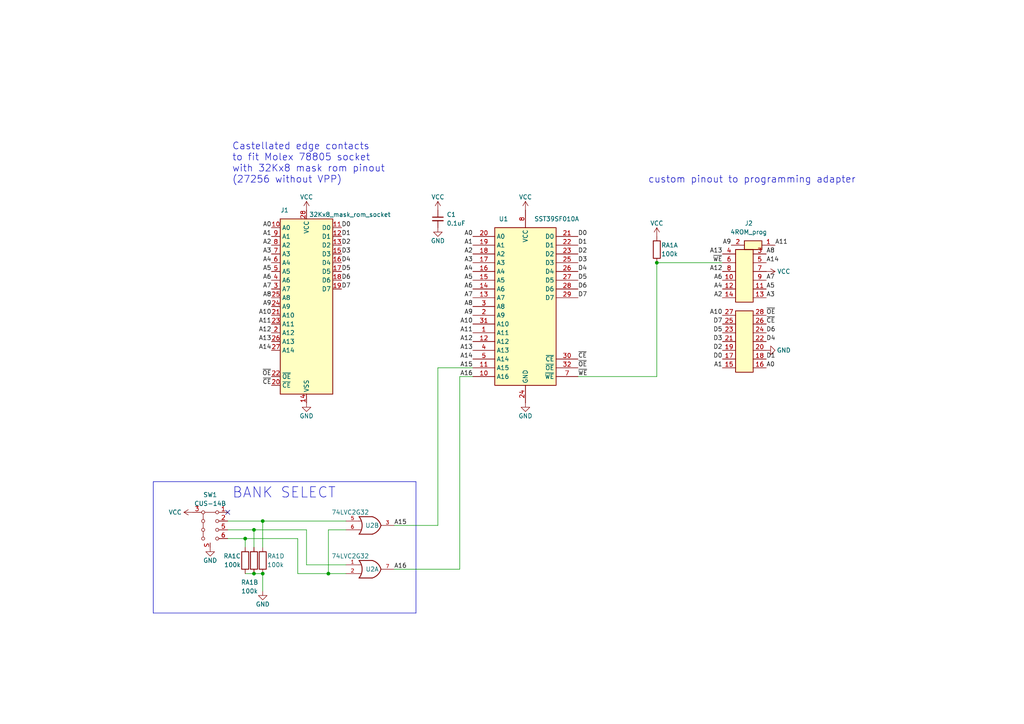
<source format=kicad_sch>
(kicad_sch (version 20230121) (generator eeschema)
  (paper "A4")
  (title_block (title "4ROM_78802") (date "2023-01-20") (rev "002") (company "Brian K. White b.kenyon.w@gmail.com") (comment 1 "CC-BY-SA") (comment 2 "4-bank ROM for 78805 socket with standard mask rom JEDEC pinout"))
  (lib_symbols
    (symbol "000_LOCAL:29F010"
      (property "Reference" "U" (at -8.128 24.384 0))
      (property "Value" "29F010" (at 1.016 24.384 0))
      (symbol "29F010_0_1"
        (rectangle (start -8.89 -22.86) (end 8.89 22.86) (stroke (width 0.254)) (fill (type background)))
      )
      (symbol "29F010_1_1"
        (pin input line (at -15.24 -7.62 0) (length 6.35) (name "A11") (number "1"))
        (pin input line (at -15.24 -20.32 0) (length 6.35) (name "A16") (number "10"))
        (pin input line (at -15.24 -17.78 0) (length 6.35) (name "A15") (number "11"))
        (pin input line (at -15.24 -10.16 0) (length 6.35) (name "A12") (number "12"))
        (pin input line (at -15.24 2.54 0) (length 6.35) (name "A7") (number "13"))
        (pin input line (at -15.24 5.08 0) (length 6.35) (name "A6") (number "14"))
        (pin input line (at -15.24 7.62 0) (length 6.35) (name "A5") (number "15"))
        (pin input line (at -15.24 10.16 0) (length 6.35) (name "A4") (number "16"))
        (pin input line (at -15.24 12.7 0) (length 6.35) (name "A3") (number "17"))
        (pin input line (at -15.24 15.24 0) (length 6.35) (name "A2") (number "18"))
        (pin input line (at -15.24 17.78 0) (length 6.35) (name "A1") (number "19"))
        (pin input line (at -15.24 -2.54 0) (length 6.35) (name "A9") (number "2"))
        (pin input line (at -15.24 20.32 0) (length 6.35) (name "A0") (number "20"))
        (pin tri_state line (at 15.24 20.32 180) (length 6.35) (name "D0") (number "21"))
        (pin tri_state line (at 15.24 17.78 180) (length 6.35) (name "D1") (number "22"))
        (pin tri_state line (at 15.24 15.24 180) (length 6.35) (name "D2") (number "23"))
        (pin input line (at 0 -27.94 90) (length 5.08) (name "GND") (number "24"))
        (pin tri_state line (at 15.24 12.7 180) (length 6.35) (name "D3") (number "25"))
        (pin tri_state line (at 15.24 10.16 180) (length 6.35) (name "D4") (number "26"))
        (pin tri_state line (at 15.24 7.62 180) (length 6.35) (name "D5") (number "27"))
        (pin tri_state line (at 15.24 5.08 180) (length 6.35) (name "D6") (number "28"))
        (pin tri_state line (at 15.24 2.54 180) (length 6.35) (name "D7") (number "29"))
        (pin input line (at -15.24 0 0) (length 6.35) (name "A8") (number "3"))
        (pin input line (at 15.24 -15.24 180) (length 6.35) (name "~{CE}") (number "30"))
        (pin input line (at -15.24 -5.08 0) (length 6.35) (name "A10") (number "31"))
        (pin input line (at 15.24 -17.78 180) (length 6.35) (name "~{OE}") (number "32"))
        (pin input line (at -15.24 -12.7 0) (length 6.35) (name "A13") (number "4"))
        (pin input line (at -15.24 -15.24 0) (length 6.35) (name "A14") (number "5"))
        (pin input line (at 15.24 -20.32 180) (length 6.35) (name "~{WE}") (number "7"))
        (pin input line (at 0 27.94 270) (length 5.08) (name "VCC") (number "8"))
      )
    )
    (symbol "000_LOCAL:32Kx8_mask_rom_socket"
      (property "Reference" "U" (at -7.62 26.67 0))
      (property "Value" "32Kx8_mask_rom_socket" (at 0.762 26.67 0))
      (symbol "32Kx8_mask_rom_socket_1_1"
        (rectangle (start -7.62 25.4) (end 7.62 -25.4) (stroke (width 0.254)) (fill (type background)))
        (pin no_connect line (at -7.62 -17.78 0) (length 2.54) hide (name "NC(VPP)") (number "1"))
        (pin output line (at -10.16 22.86 0) (length 2.54) (name "A0") (number "10"))
        (pin tri_state line (at 10.16 22.86 180) (length 2.54) (name "D0") (number "11"))
        (pin tri_state line (at 10.16 20.32 180) (length 2.54) (name "D1") (number "12"))
        (pin tri_state line (at 10.16 17.78 180) (length 2.54) (name "D2") (number "13"))
        (pin power_out line (at 0 -27.94 90) (length 2.54) (name "VSS") (number "14"))
        (pin tri_state line (at 10.16 15.24 180) (length 2.54) (name "D3") (number "15"))
        (pin tri_state line (at 10.16 12.7 180) (length 2.54) (name "D4") (number "16"))
        (pin tri_state line (at 10.16 10.16 180) (length 2.54) (name "D5") (number "17"))
        (pin tri_state line (at 10.16 7.62 180) (length 2.54) (name "D6") (number "18"))
        (pin tri_state line (at 10.16 5.08 180) (length 2.54) (name "D7") (number "19"))
        (pin output line (at -10.16 -7.62 0) (length 2.54) (name "A12") (number "2"))
        (pin output line (at -10.16 -22.86 0) (length 2.54) (name "~{CE}") (number "20"))
        (pin output line (at -10.16 -2.54 0) (length 2.54) (name "A10") (number "21"))
        (pin output line (at -10.16 -20.32 0) (length 2.54) (name "~{OE}") (number "22"))
        (pin output line (at -10.16 -5.08 0) (length 2.54) (name "A11") (number "23"))
        (pin output line (at -10.16 0 0) (length 2.54) (name "A9") (number "24"))
        (pin output line (at -10.16 2.54 0) (length 2.54) (name "A8") (number "25"))
        (pin output line (at -10.16 -10.16 0) (length 2.54) (name "A13") (number "26"))
        (pin output line (at -10.16 -12.7 0) (length 2.54) (name "A14") (number "27"))
        (pin power_out line (at 0 27.94 270) (length 2.54) (name "VCC") (number "28"))
        (pin output line (at -10.16 5.08 0) (length 2.54) (name "A7") (number "3"))
        (pin output line (at -10.16 7.62 0) (length 2.54) (name "A6") (number "4"))
        (pin output line (at -10.16 10.16 0) (length 2.54) (name "A5") (number "5"))
        (pin output line (at -10.16 12.7 0) (length 2.54) (name "A4") (number "6"))
        (pin output line (at -10.16 15.24 0) (length 2.54) (name "A3") (number "7"))
        (pin output line (at -10.16 17.78 0) (length 2.54) (name "A2") (number "8"))
        (pin output line (at -10.16 20.32 0) (length 2.54) (name "A1") (number "9"))
      )
    )
    (symbol "000_LOCAL:4ROM_prog" (pin_names (offset 1.016) hide)
      (property "Reference" "J" (at 0 20.32 0))
      (property "Value" "4ROM_prog" (at 0 -20.32 0))
      (symbol "4ROM_prog_1_1"
        (rectangle (start -2.54 -1.27) (end 2.54 -19.05) (stroke (width 0.254)) (fill (type background)))
        (rectangle (start -2.54 16.51) (end 2.54 1.27) (stroke (width 0.254)) (fill (type background)))
        (rectangle (start 0 19.05) (end 5.08 16.51) (stroke (width 0.254)) (fill (type background)))
        (pin passive line (at 8.89 17.78 180) (length 3.81) (name "A11") (number "1"))
        (pin passive line (at -6.35 7.62 0) (length 3.81) (name "A6") (number "10"))
        (pin passive line (at 6.35 5.08 180) (length 3.81) (name "A5") (number "11"))
        (pin passive line (at -6.35 5.08 0) (length 3.81) (name "A4") (number "12"))
        (pin passive line (at 6.35 2.54 180) (length 3.81) (name "A3") (number "13"))
        (pin passive line (at -6.35 2.54 0) (length 3.81) (name "A2") (number "14"))
        (pin passive line (at -6.35 -17.78 0) (length 3.81) (name "A1") (number "15"))
        (pin passive line (at 6.35 -17.78 180) (length 3.81) (name "A0") (number "16"))
        (pin passive line (at -6.35 -15.24 0) (length 3.81) (name "D0") (number "17"))
        (pin passive line (at 6.35 -15.24 180) (length 3.81) (name "D1") (number "18"))
        (pin passive line (at -6.35 -12.7 0) (length 3.81) (name "D2") (number "19"))
        (pin passive line (at -3.81 17.78 0) (length 3.81) (name "A9") (number "2"))
        (pin passive line (at 6.35 -12.7 180) (length 3.81) (name "GND") (number "20"))
        (pin passive line (at -6.35 -10.16 0) (length 3.81) (name "D3") (number "21"))
        (pin passive line (at 6.35 -10.16 180) (length 3.81) (name "D4") (number "22"))
        (pin passive line (at -6.35 -7.62 0) (length 3.81) (name "D5") (number "23"))
        (pin passive line (at 6.35 -7.62 180) (length 3.81) (name "D6") (number "24"))
        (pin passive line (at -6.35 -5.08 0) (length 3.81) (name "D7") (number "25"))
        (pin passive line (at 6.35 -5.08 180) (length 3.81) (name "~{CE}") (number "26"))
        (pin passive line (at -6.35 -2.54 0) (length 3.81) (name "A10") (number "27"))
        (pin passive line (at 6.35 -2.54 180) (length 3.81) (name "~{OE}") (number "28"))
        (pin passive line (at 6.35 15.24 180) (length 3.81) (name "A8") (number "3"))
        (pin passive line (at -6.35 15.24 0) (length 3.81) (name "A13") (number "4"))
        (pin passive line (at 6.35 12.7 180) (length 3.81) (name "A14") (number "5"))
        (pin passive line (at -6.35 12.7 0) (length 3.81) (name "~{WE}") (number "6"))
        (pin passive line (at 6.35 10.16 180) (length 3.81) (name "VCC") (number "7"))
        (pin passive line (at -6.35 10.16 0) (length 3.81) (name "A12") (number "8"))
        (pin passive line (at 6.35 7.62 180) (length 3.81) (name "A7") (number "9"))
      )
    )
    (symbol "000_LOCAL:74LVC2G32" (pin_names (offset 1.016))
      (property "Reference" "U" (at -2.54 3.81 0))
      (property "Value" "74LVC2G32" (at 0 -3.81 0))
      (symbol "74LVC2G32_0_1"
        (arc (start -3.81 -2.54) (mid -2.919 0) (end -3.81 2.54) (stroke (width 0.254)))
        (arc (start 0 -2.54) (mid 1.5993 -1.6027) (end 2.54 0) (stroke (width 0.254)))
        (polyline (pts (xy -3.81 -1.27) (xy -3.175 -1.27)))
        (polyline (pts (xy -3.81 1.27) (xy -3.175 1.27)))
        (polyline (pts (xy 0 -2.54) (xy -3.81 -2.54)) (stroke (width 0.254)) (fill (type background)))
        (polyline (pts (xy 0 2.54) (xy -3.81 2.54)) (stroke (width 0.254)) (fill (type background)))
        (arc (start 2.54 0) (mid 1.6119 1.6152) (end 0 2.54) (stroke (width 0.254)))
        (pin power_in line (at 0 -2.54 270) (length 0) hide (name "GND") (number "4"))
        (pin power_in line (at 0 2.54 90) (length 0) hide (name "VCC") (number "8"))
      )
      (symbol "74LVC2G32_1_1"
        (pin input line (at -7.62 1.27 0) (length 3.81) (name "~") (number "1"))
        (pin input line (at -7.62 -1.27 0) (length 3.81) (name "~") (number "2"))
        (pin output line (at 6.35 0 180) (length 3.81) (name "~") (number "7"))
      )
      (symbol "74LVC2G32_2_1"
        (pin output line (at 6.35 0 180) (length 3.81) (name "~") (number "3"))
        (pin input line (at -7.62 1.27 0) (length 3.81) (name "~") (number "5"))
        (pin input line (at -7.62 -1.27 0) (length 3.81) (name "~") (number "6"))
      )
    )
    (symbol "000_LOCAL:C" (pin_numbers hide) (pin_names (offset 0.254) hide)
      (property "Reference" "C" (at 0.254 1.778 0))
      (property "Value" "C" (at 0.254 -2.032 0))
      (symbol "C_0_1"
        (polyline (pts (xy -1.524 -0.508) (xy 1.524 -0.508)) (stroke (width 0.3302)))
        (polyline (pts (xy -1.524 0.508) (xy 1.524 0.508)) (stroke (width 0.3048)))
      )
      (symbol "C_1_1"
        (pin passive line (at 0 2.54 270) (length 2.032) (name "~") (number "1"))
        (pin passive line (at 0 -2.54 90) (length 2.032) (name "~") (number "2"))
      )
    )
    (symbol "000_LOCAL:GND" (power) (pin_names (offset 0))
      (property "Value" "GND" (at 0 -3.81 0))
      (symbol "GND_0_1"
        (polyline (pts (xy 0 0) (xy 0 -1.27) (xy 1.27 -1.27) (xy 0 -2.54) (xy -1.27 -1.27) (xy 0 -1.27)))
      )
      (symbol "GND_1_1"
        (pin power_in line (at 0 0 270) (length 0) hide (name "GND") (number "1"))
      )
    )
    (symbol "000_LOCAL:R_Array_04" (pin_numbers hide) (pin_names (offset 0) hide)
      (property "Reference" "RA" (at 2.032 0 90))
      (property "Value" "R_Array_04" (at -2.032 0 90))
      (symbol "R_Array_04_0_1"
        (rectangle (start 1.016 2.54) (end -1.016 -2.54) (stroke (width 0.254)))
      )
      (symbol "R_Array_04_1_1"
        (pin passive line (at 0 3.81 270) (length 1.27) (name "R1.1") (number "1"))
        (pin passive line (at 0 -3.81 90) (length 1.27) (name "R1.2") (number "8"))
      )
      (symbol "R_Array_04_2_1"
        (pin passive line (at 0 3.81 270) (length 1.27) (name "R2.1") (number "2"))
        (pin passive line (at 0 -3.81 90) (length 1.27) (name "R2.2") (number "7"))
      )
      (symbol "R_Array_04_3_1"
        (pin passive line (at 0 3.81 270) (length 1.27) (name "R3.1") (number "3"))
        (pin passive line (at 0 -3.81 90) (length 1.27) (name "R3.2") (number "6"))
      )
      (symbol "R_Array_04_4_1"
        (pin passive line (at 0 3.81 270) (length 1.27) (name "R4.1") (number "4"))
        (pin passive line (at 0 -3.81 90) (length 1.27) (name "R4.2") (number "5"))
      )
    )
    (symbol "000_LOCAL:SW_1P4T_CUS-14B" (pin_names (offset 0) hide)
      (property "Reference" "SW" (at 0 6.35 0))
      (property "Value" "SW_1P4T_CUS-14B" (at 0 -7.62 0))
      (symbol "SW_1P4T_CUS-14B_0_1"
        (circle (center -2.032 -3.81) (radius 0.4572))
        (circle (center -2.032 -1.27) (radius 0.4572))
        (circle (center -2.032 1.27) (radius 0.4572))
        (circle (center -2.032 3.81) (radius 0.4572))
        (polyline (pts (xy -2.032 -1.778) (xy -2.032 -3.302)) (stroke (width 0.1524)))
        (polyline (pts (xy -2.032 0.762) (xy -2.032 -0.762)) (stroke (width 0.1524)))
        (polyline (pts (xy -2.032 3.302) (xy -2.032 1.778)) (stroke (width 0.1524)))
        (polyline (pts (xy -1.524 3.81) (xy 1.524 3.81)) (stroke (width 0.1524)))
        (circle (center 2.032 -3.81) (radius 0.4572))
        (circle (center 2.032 -1.27) (radius 0.4572))
        (circle (center 2.032 1.27) (radius 0.4572))
        (circle (center 2.032 3.81) (radius 0.4572))
      )
      (symbol "SW_1P4T_CUS-14B_1_1"
        (pin passive line (at 5.08 3.81 180) (length 2.54) (name "1") (number "1"))
        (pin passive line (at 5.08 1.27 180) (length 2.54) (name "2") (number "2"))
        (pin passive line (at -5.08 3.81 0) (length 2.54) (name "C") (number "3"))
        (pin passive line (at -5.08 3.81 0) (length 2.54) hide (name "C") (number "4"))
        (pin passive line (at 5.08 -1.27 180) (length 2.54) (name "5") (number "5"))
        (pin passive line (at 5.08 -3.81 180) (length 2.54) (name "6") (number "6"))
        (pin passive line (at 0 -6.35 90) (length 1.27) (name "S") (number "S"))
      )
    )
    (symbol "000_LOCAL:VCC" (power) (pin_names (offset 0))
      (property "Value" "VCC" (at 0 3.81 0))
      (symbol "VCC_0_1"
        (polyline (pts (xy -0.762 1.27) (xy 0 2.54)))
        (polyline (pts (xy 0 0) (xy 0 2.54)))
        (polyline (pts (xy 0 2.54) (xy 0.762 1.27)))
      )
      (symbol "VCC_1_1"
        (pin power_in line (at 0 0 90) (length 0) hide (name "VCC") (number "1"))
      )
    )
  )
  (junction (at 76.2 151.13))
  (junction (at 95.25 166.37))
  (junction (at 76.2 166.37))
  (junction (at 190.5 76.2))
  (junction (at 73.66 153.67))
  (junction (at 71.12 156.21))
  (junction (at 73.66 166.37))
  (no_connect (at 66.04 148.59))
  (wire (pts (xy 73.66 166.37) (xy 76.2 166.37)))
  (wire (pts (xy 137.16 106.68) (xy 127 106.68)))
  (wire (pts (xy 95.25 153.67) (xy 95.25 166.37)))
  (wire (pts (xy 73.66 153.67) (xy 88.9 153.67)))
  (wire (pts (xy 86.36 156.21) (xy 86.36 166.37)))
  (wire (pts (xy 73.66 153.67) (xy 73.66 158.75)))
  (wire (pts (xy 100.33 153.67) (xy 95.25 153.67)))
  (polyline (pts (xy 44.45 139.7) (xy 44.45 177.8)))
  (wire (pts (xy 95.25 166.37) (xy 100.33 166.37)))
  (wire (pts (xy 88.9 153.67) (xy 88.9 163.83)))
  (wire (pts (xy 88.9 163.83) (xy 100.33 163.83)))
  (wire (pts (xy 190.5 76.2) (xy 209.55 76.2)))
  (polyline (pts (xy 120.65 177.8) (xy 120.65 139.7)))
  (wire (pts (xy 76.2 151.13) (xy 76.2 158.75)))
  (wire (pts (xy 137.16 109.22) (xy 133.35 109.22)))
  (wire (pts (xy 76.2 151.13) (xy 100.33 151.13)))
  (wire (pts (xy 66.04 153.67) (xy 73.66 153.67)))
  (wire (pts (xy 86.36 166.37) (xy 95.25 166.37)))
  (wire (pts (xy 114.3 152.4) (xy 127 152.4)))
  (wire (pts (xy 190.5 109.22) (xy 190.5 76.2)))
  (wire (pts (xy 71.12 156.21) (xy 71.12 158.75)))
  (wire (pts (xy 133.35 109.22) (xy 133.35 165.1)))
  (polyline (pts (xy 44.45 139.7) (xy 120.65 139.7)))
  (wire (pts (xy 71.12 166.37) (xy 73.66 166.37)))
  (wire (pts (xy 66.04 156.21) (xy 71.12 156.21)))
  (wire (pts (xy 76.2 166.37) (xy 76.2 171.45)))
  (wire (pts (xy 127 106.68) (xy 127 152.4)))
  (polyline (pts (xy 44.45 177.8) (xy 120.65 177.8)))
  (wire (pts (xy 167.64 109.22) (xy 190.5 109.22)))
  (wire (pts (xy 71.12 156.21) (xy 86.36 156.21)))
  (wire (pts (xy 66.04 151.13) (xy 76.2 151.13)))
  (wire (pts (xy 114.3 165.1) (xy 133.35 165.1)))
  (text "Castellated edge contacts\nto fit Molex 78805 socket\nwith 32Kx8 mask rom pinout\n(27256 without VPP)" (at 67.31 53.34 0) (effects (font (size 2 2)) (justify left bottom)))
  (text "custom pinout to programming adapter" (at 187.96 53.34 0) (effects (font (size 2 2)) (justify left bottom)))
  (text "BANK SELECT" (at 67.31 144.78 0) (effects (font (size 3 3)) (justify left bottom)))
  (label "A6" (at 137.16 83.82 180))
  (label "D7" (at 209.55 93.98 180))
  (label "D6" (at 99.06 81.28 0))
  (label "A11" (at 78.74 93.98 180))
  (label "~{OE}" (at 167.64 106.68 0))
  (label "A11" (at 224.79 71.12 0))
  (label "~{OE}" (at 78.74 109.22 180))
  (label "A10" (at 209.55 91.44 180))
  (label "D4" (at 99.06 76.2 0))
  (label "A9" (at 137.16 91.44 180))
  (label "D0" (at 209.55 104.14 180))
  (label "A12" (at 137.16 99.06 180))
  (label "D6" (at 167.64 83.82 0))
  (label "A5" (at 78.74 78.74 180))
  (label "A14" (at 78.74 101.6 180))
  (label "A13" (at 209.55 73.66 180))
  (label "D5" (at 167.64 81.28 0))
  (label "D5" (at 209.55 96.52 180))
  (label "A2" (at 209.55 86.36 180))
  (label "A2" (at 137.16 73.66 180))
  (label "D0" (at 99.06 66.04 0))
  (label "A6" (at 209.55 81.28 180))
  (label "~{CE}" (at 78.74 111.76 180))
  (label "A12" (at 78.74 96.52 180))
  (label "D3" (at 99.06 73.66 0))
  (label "A15" (at 137.16 106.68 180))
  (label "A0" (at 78.74 66.04 180))
  (label "D3" (at 209.55 99.06 180))
  (label "A14" (at 137.16 104.14 180))
  (label "A4" (at 209.55 83.82 180))
  (label "D2" (at 99.06 71.12 0))
  (label "D7" (at 167.64 86.36 0))
  (label "A9" (at 78.74 88.9 180))
  (label "A3" (at 137.16 76.2 180))
  (label "D6" (at 222.25 96.52 0))
  (label "D0" (at 167.64 68.58 0))
  (label "A4" (at 137.16 78.74 180))
  (label "A3" (at 222.25 86.36 0))
  (label "~{WE}" (at 167.64 109.22 0))
  (label "A10" (at 137.16 93.98 180))
  (label "A15" (at 114.3 152.4 0))
  (label "~{CE}" (at 167.64 104.14 0))
  (label "A7" (at 78.74 83.82 180))
  (label "A8" (at 137.16 88.9 180))
  (label "A2" (at 78.74 71.12 180))
  (label "A13" (at 78.74 99.06 180))
  (label "D2" (at 167.64 73.66 0))
  (label "A11" (at 137.16 96.52 180))
  (label "D7" (at 99.06 83.82 0))
  (label "A3" (at 78.74 73.66 180))
  (label "A10" (at 78.74 91.44 180))
  (label "A4" (at 78.74 76.2 180))
  (label "D2" (at 209.55 101.6 180))
  (label "D1" (at 222.25 104.14 0))
  (label "D1" (at 99.06 68.58 0))
  (label "A7" (at 137.16 86.36 180))
  (label "A1" (at 78.74 68.58 180))
  (label "A13" (at 137.16 101.6 180))
  (label "~{WE}" (at 209.55 76.2 180))
  (label "~{CE}" (at 222.25 93.98 0))
  (label "A5" (at 137.16 81.28 180))
  (label "D5" (at 99.06 78.74 0))
  (label "A16" (at 114.3 165.1 0))
  (label "A0" (at 137.16 68.58 180))
  (label "~{OE}" (at 222.25 91.44 0))
  (label "D4" (at 167.64 78.74 0))
  (label "A9" (at 212.09 71.12 180))
  (label "A8" (at 78.74 86.36 180))
  (label "A12" (at 209.55 78.74 180))
  (label "A16" (at 137.16 109.22 180))
  (label "A6" (at 78.74 81.28 180))
  (label "A0" (at 222.25 106.68 0))
  (label "A5" (at 222.25 83.82 0))
  (label "A1" (at 209.55 106.68 180))
  (label "D4" (at 222.25 99.06 0))
  (label "A8" (at 222.25 73.66 0))
  (label "D3" (at 167.64 76.2 0))
  (label "D1" (at 167.64 71.12 0))
  (label "A7" (at 222.25 81.28 0))
  (label "A14" (at 222.25 76.2 0))
  (label "A1" (at 137.16 71.12 180))
  (symbol (lib_id "000_LOCAL:29F010") (at 152.4 88.9 0) (unit 1)
    (property "Reference" "U1" (at 146.05 63.5 0))
    (property "Value" "SST39SF010A" (at 154.94 63.5 0) (effects (justify left)))
    (property "Footprint" "000_LOCAL:TSOP32-14mm" (effects hide))
    (property "Datasheet" "http://ww1.microchip.com/downloads/en/DeviceDoc/doc0006.pdf" (effects hide))
  )
  (symbol (lib_id "000_LOCAL:32Kx8_mask_rom_socket") (at 88.9 88.9 0) (unit 1)
    (property "Reference" "J1" (at 82.55 60.96 0))
    (property "Value" "32Kx8_mask_rom_socket" (at 89.662 62.23 0) (effects (justify left)))
    (property "Footprint" "000_LOCAL:Molex78802_PCB_28" (effects hide))
  )
  (symbol (lib_id "000_LOCAL:VCC") (at 152.4 60.96 0) (unit 1)
    (property "Reference" "#PWR0101" (effects hide))
    (property "Value" "VCC" (at 152.4 57.15 0))
  )
  (symbol (lib_id "000_LOCAL:VCC") (at 88.9 60.96 0) (unit 1)
    (property "Reference" "#PWR0102" (effects hide))
    (property "Value" "VCC" (at 88.9 57.15 0))
  )
  (symbol (lib_id "000_LOCAL:VCC") (at 190.5 68.58 0) (mirror y) (unit 1)
    (property "Reference" "#PWR0105" (effects hide))
    (property "Value" "VCC" (at 190.5 64.77 0))
  )
  (symbol (lib_id "000_LOCAL:VCC") (at 55.88 148.59 90) (mirror x) (unit 1)
    (property "Reference" "#PWR0108" (effects hide))
    (property "Value" "VCC" (at 50.8 148.59 90))
  )
  (symbol (lib_id "000_LOCAL:GND") (at 88.9 116.84 0) (unit 1)
    (property "Reference" "#PWR0104" (effects hide))
    (property "Value" "GND" (at 88.9 120.65 0))
  )
  (symbol (lib_id "000_LOCAL:GND") (at 152.4 116.84 0) (unit 1)
    (property "Reference" "#PWR0107" (effects hide))
    (property "Value" "GND" (at 152.4 120.65 0))
  )
  (symbol (lib_id "000_LOCAL:R_Array_04") (at 190.5 72.39 0) (mirror x) (unit 1)
    (property "Reference" "RA1" (at 191.77 71.12 0) (effects (justify left)))
    (property "Value" "100k" (at 191.77 73.66 0) (effects (justify left)))
    (property "Footprint" "000_LOCAL:R_Array_Convex_4x0612" (effects hide))
    (property "Datasheet" "http://www.vishay.com/docs/31509/csc.pdf" (effects hide))
  )
  (symbol (lib_id "000_LOCAL:SW_1P4T_CUS-14B") (at 60.96 152.4 0) (unit 1)
    (property "Reference" "SW1" (at 60.96 143.51 0))
    (property "Value" "CUS-14B" (at 60.96 146.05 0))
    (property "Footprint" "000_LOCAL:SW_SP4T_CUS-14B" (effects hide))
  )
  (symbol (lib_id "000_LOCAL:74LVC2G32") (at 107.95 165.1 0) (unit 1)
    (property "Reference" "U2" (at 107.95 165.1 0))
    (property "Value" "74LVC2G32" (at 101.6 161.29 0))
    (property "Footprint" "000_LOCAL:TSSOP-8_3x3mm_P0.65mm" (effects hide))
    (property "Datasheet" "http://www.ti.com/lit/sg/scyt129e/scyt129e.pdf" (effects hide))
  )
  (symbol (lib_id "000_LOCAL:74LVC2G32") (at 107.95 152.4 0) (unit 2)
    (property "Reference" "U2" (at 107.95 152.4 0))
    (property "Value" "74LVC2G32" (at 101.6 148.59 0))
    (property "Footprint" "000_LOCAL:TSSOP-8_3x3mm_P0.65mm" (effects hide))
    (property "Datasheet" "http://www.ti.com/lit/sg/scyt129e/scyt129e.pdf" (effects hide))
  )
  (symbol (lib_id "000_LOCAL:GND") (at 127 66.04 0) (unit 1)
    (property "Reference" "#PWR0115" (effects hide))
    (property "Value" "GND" (at 127 69.85 0))
  )
  (symbol (lib_id "000_LOCAL:R_Array_04") (at 71.12 162.56 0) (unit 3)
    (property "Reference" "RA1" (at 69.85 161.29 0) (effects (justify right)))
    (property "Value" "100k" (at 69.85 163.83 0) (effects (justify right)))
    (property "Footprint" "000_LOCAL:R_Array_Convex_4x0612" (effects hide))
    (property "Datasheet" "http://www.vishay.com/docs/31509/csc.pdf" (effects hide))
  )
  (symbol (lib_id "000_LOCAL:GND") (at 60.96 158.75 0) (mirror y) (unit 1)
    (property "Reference" "#PWR0114" (effects hide))
    (property "Value" "GND" (at 60.96 162.56 0))
  )
  (symbol (lib_id "000_LOCAL:C") (at 127 63.5 0) (unit 1)
    (property "Reference" "C1" (at 129.54 62.2362 0) (effects (justify left)))
    (property "Value" "0.1uF" (at 129.54 64.7762 0) (effects (justify left)))
    (property "Footprint" "000_LOCAL:C_0805" (effects hide))
  )
  (symbol (lib_id "000_LOCAL:GND") (at 76.2 171.45 0) (mirror y) (unit 1)
    (property "Reference" "#PWR0103" (effects hide))
    (property "Value" "GND" (at 76.2 175.26 0))
  )
  (symbol (lib_id "000_LOCAL:R_Array_04") (at 73.66 162.56 0) (unit 2)
    (property "Reference" "RA1" (at 74.93 168.91 0) (effects (justify right)))
    (property "Value" "100k" (at 72.39 171.45 0))
    (property "Footprint" "000_LOCAL:R_Array_Convex_4x0612" (effects hide))
    (property "Datasheet" "http://www.vishay.com/docs/31509/csc.pdf" (effects hide))
  )
  (symbol (lib_id "000_LOCAL:VCC") (at 222.25 78.74 270) (unit 1)
    (property "Reference" "#PWR0110" (effects hide))
    (property "Value" "VCC" (at 227.33 78.74 90))
  )
  (symbol (lib_id "000_LOCAL:VCC") (at 127 60.96 0) (unit 1)
    (property "Reference" "#PWR0116" (effects hide))
    (property "Value" "VCC" (at 127 57.15 0))
  )
  (symbol (lib_id "000_LOCAL:R_Array_04") (at 76.2 162.56 0) (unit 4)
    (property "Reference" "RA1" (at 77.47 161.29 0) (effects (justify left)))
    (property "Value" "100k" (at 77.47 163.83 0) (effects (justify left)))
    (property "Footprint" "000_LOCAL:R_Array_Convex_4x0612" (effects hide))
    (property "Datasheet" "http://www.vishay.com/docs/31509/csc.pdf" (effects hide))
  )
  (symbol (lib_id "000_LOCAL:4ROM_prog") (at 215.9 88.9 0) (unit 1)
    (property "Reference" "J2" (at 217.17 64.77 0))
    (property "Value" "4ROM_prog" (at 217.17 67.31 0))
    (property "Footprint" "000_LOCAL:4ROM_prog_female" (effects hide))
  )
  (symbol (lib_id "000_LOCAL:GND") (at 222.25 101.6 90) (unit 1)
    (property "Reference" "#PWR0111" (effects hide))
    (property "Value" "GND" (at 227.33 101.6 90))
  )
)
</source>
